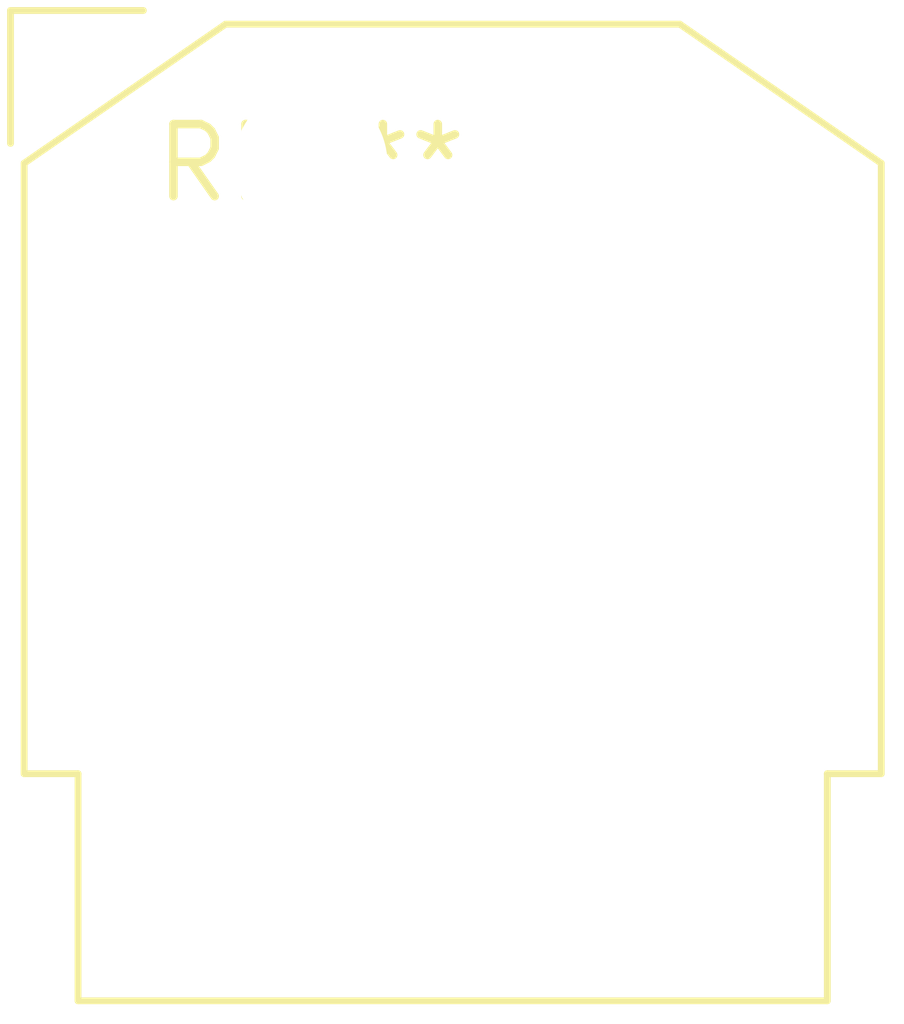
<source format=kicad_pcb>
(kicad_pcb (version 20240108) (generator pcbnew)
  (layers (0 "F.Cu" signal) (31 "B.Cu" signal) (34 "B.Paste" user) (35 "F.Paste" user) (36 "B.SilkS" user "B.Silkscreen") (37 "F.SilkS" user "F.Silkscreen") (38 "B.Mask" user) (39 "F.Mask" user) (44 "Edge.Cuts" user))
  (net 0 "")
  (footprint "CUI_PD-30" (layer "F.Cu") (at 0 0)
    (property "Reference" "REF**")
    (property "Value" "CUI_PD-30")
    (fp_line (start -5.29 -2.69) (end -2.95 -2.69) (layer "F.SilkS") (stroke (width 0.12)))
    (fp_line (start -5.29 -0.35) (end -5.29 -2.69) (layer "F.SilkS") (stroke (width 0.12)))
    (fp_line (start -5.05 0) (end -1.5 -2.45) (layer "F.SilkS") (stroke (width 0.12)))
    (fp_line (start -5.05 10.75) (end -5.05 0) (layer "F.SilkS") (stroke (width 0.12)))
    (fp_line (start -4.1 10.75) (end -5.05 10.75) (layer "F.SilkS") (stroke (width 0.12)))
    (fp_line (start -4.1 14.75) (end -4.1 10.75) (layer "F.SilkS") (stroke (width 0.12)))
    (fp_line (start -1.5 -2.45) (end 6.5 -2.45) (layer "F.SilkS") (stroke (width 0.12)))
    (fp_line (start 6.5 -2.45) (end 10.05 0) (layer "F.SilkS") (stroke (width 0.12)))
    (fp_line (start 9.1 10.75) (end 9.1 14.75) (layer "F.SilkS") (stroke (width 0.12)))
    (fp_line (start 9.1 14.75) (end -4.1 14.75) (layer "F.SilkS") (stroke (width 0.12)))
    (fp_line (start 10.05 0) (end 10.05 10.75) (layer "F.SilkS") (stroke (width 0.12)))
    (fp_line (start 10.05 10.75) (end 9.1 10.75) (layer "F.SilkS") (stroke (width 0.12)))
    (pad "" np_thru_hole circle (at 0 7.15 180) (size 1.7 1.7) (drill 1.7) (layers *.Cu *.Mask))
    (pad "" np_thru_hole circle (at 5 7.15 180) (size 1.7 1.7) (drill 1.7) (layers *.Cu *.Mask))
    (pad "1" thru_hole rect (at 0 0 180) (size 3.7 3.7) (drill 2.7) (layers *.Cu *.Mask) (remove_unused_layers))
    (pad "2" thru_hole circle (at 5 0 180) (size 3.7 3.7) (drill 2.7) (layers *.Cu *.Mask) (remove_unused_layers))
    (pad "3" thru_hole circle (at 8.5 3.15 180) (size 2.1 2.1) (drill 1.1) (layers *.Cu *.Mask) (remove_unused_layers))
    (pad "4" thru_hole circle (at 2.5 9.15 180) (size 3.2 3.2) (drill 2.2) (layers *.Cu *.Mask) (remove_unused_layers))
  )
)
</source>
